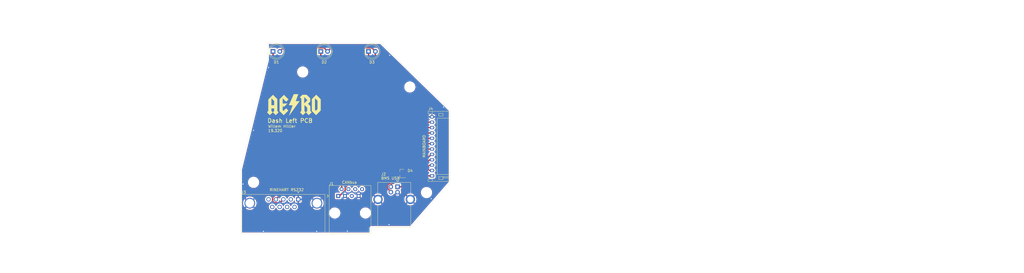
<source format=kicad_pcb>
(kicad_pcb (version 20171130) (host pcbnew "(5.1.4)-1")
  (layers (0 F.Cu signal) (31 B.Cu signal) (34 B.Paste user) (35 F.Paste user) (36 B.SilkS user) (37 F.SilkS user) (38 B.Mask user) (39 F.Mask user) (44 Edge.Cuts user))
  (net 0 "")
  (net 1 +5V)
  (net 2 /~FAULT_IND_1)
  (net 3 /~FAULT_IND_2)
  (net 4 /~FAULT_IND_3)
  (net 5 GND)
  (net 6 /BMS_USB+)
  (net 7 /BMS_USB-)
  (net 8 /CAN+)
  (net 9 /CAN-)
  (net 10 /BMS_VBUS)
  (net 11 /RINEHART_TX)
  (net 12 /RINEHART_RX)
  (module AERO-footprints:AERO_Logo_20x8mm (layer F.Cu) (at 69.596 84.836)
    (fp_text reference G*** hide)
    (fp_text value LOGO hide)
    (fp_poly (pts (xy 10.020184 -2.168127) (xy 10.020184 2.02826) (xy 9.145849 2.901686) (xy 8.271515 3.775112) (xy 7.491354 2.993937) (xy 6.711193 2.212763) (xy 6.711193 1.83648) (xy 7.876331 1.83648) (xy 8.025946 1.990844) (xy 8.175562 2.145209) (xy 8.492001 1.831194) (xy 8.808441 1.517179) (xy 8.808441 -1.609638) (xy 8.342386 -2.073945) (xy 7.876331 -2.538251) (xy 7.876331 1.83648) (xy 6.711193 1.83648) (xy 6.711193 -2.21476) (xy 7.526796 -3.029364) (xy 8.3424 -3.843969) (xy 10.020184 -2.168127)) (layer F.SilkS) (width 0.01))
    (fp_poly (pts (xy 5.441796 -3.156939) (xy 6.105322 -2.492228) (xy 6.105322 -1.283495) (xy 5.69847 -0.874749) (xy 5.291617 -0.466003) (xy 6.151927 0.397899) (xy 6.151927 2.210831) (xy 6.395682 2.457652) (xy 6.639437 2.704472) (xy 6.103893 3.240016) (xy 5.568349 3.775559) (xy 5.04564 3.250991) (xy 4.52293 2.726422) (xy 4.982754 2.213762) (xy 4.984772 1.607095) (xy 4.986789 1.000429) (xy 4.474129 0.489358) (xy 3.961468 -0.021713) (xy 3.961468 2.263871) (xy 4.19501 2.493902) (xy 4.428552 2.723932) (xy 3.904486 3.249489) (xy 3.724818 3.427866) (xy 3.567849 3.580303) (xy 3.445364 3.695623) (xy 3.369152 3.762647) (xy 3.350288 3.775046) (xy 3.309465 3.74304) (xy 3.216282 3.654649) (xy 3.082312 3.521315) (xy 2.919131 3.354482) (xy 2.810101 3.241056) (xy 2.300046 2.707066) (xy 2.548188 2.462006) (xy 2.796331 2.216946) (xy 2.796331 -0.629631) (xy 3.868257 -0.629631) (xy 4.462249 -1.223623) (xy 5.056241 -1.817614) (xy 3.868257 -3.005598) (xy 3.868257 -0.629631) (xy 2.796331 -0.629631) (xy 2.796331 -2.350875) (xy 2.529517 -2.620502) (xy 2.262703 -2.89013) (xy 2.726716 -3.35589) (xy 3.190729 -3.821651) (xy 4.77827 -3.821651) (xy 5.441796 -3.156939)) (layer F.SilkS) (width 0.01))
    (fp_poly (pts (xy -2.833216 -2.949719) (xy -1.982127 -2.097697) (xy -2.864713 -1.211425) (xy -4.147889 -2.492145) (xy -4.147889 -0.555368) (xy -2.378017 -0.582568) (xy -2.947667 -0.011651) (xy -3.517316 0.559266) (xy -4.147889 0.559266) (xy -4.147889 1.906082) (xy -3.981765 2.032792) (xy -3.815641 2.159501) (xy -3.340384 1.685862) (xy -2.865128 1.212224) (xy -2.02424 2.053112) (xy -2.889552 2.914079) (xy -3.122013 3.144561) (xy -3.33255 3.351755) (xy -3.51226 3.527025) (xy -3.65224 3.661732) (xy -3.743585 3.747242) (xy -3.777136 3.775046) (xy -3.814982 3.743503) (xy -3.908963 3.655044) (xy -4.049562 3.518924) (xy -4.227266 3.344398) (xy -4.43256 3.140722) (xy -4.556217 3.017192) (xy -5.313027 2.259339) (xy -5.313027 -2.163875) (xy -4.498666 -2.982808) (xy -3.684305 -3.801742) (xy -2.833216 -2.949719)) (layer F.SilkS) (width 0.01))
    (fp_poly (pts (xy -6.151926 -2.21279) (xy -6.151926 2.210831) (xy -5.908171 2.457652) (xy -5.664417 2.704472) (xy -6.19996 3.240016) (xy -6.735504 3.775559) (xy -7.269785 3.239759) (xy -7.804065 2.703958) (xy -7.560564 2.457394) (xy -7.317064 2.210831) (xy -7.317064 1.258349) (xy -8.342385 1.258349) (xy -8.342385 2.210831) (xy -8.09863 2.457652) (xy -7.854875 2.704472) (xy -8.390419 3.240016) (xy -8.925963 3.775559) (xy -9.460243 3.239759) (xy -9.994523 2.703958) (xy -9.751023 2.457394) (xy -9.507522 2.210831) (xy -9.507522 0.046606) (xy -8.342385 0.046606) (xy -7.317064 0.046606) (xy -7.317064 -1.470663) (xy -7.827363 -2.005331) (xy -8.337662 -2.54) (xy -8.340023 -1.246697) (xy -8.342385 0.046606) (xy -9.507522 0.046606) (xy -9.507522 -2.074865) (xy -8.633195 -2.948283) (xy -7.758868 -3.821702) (xy -6.151926 -2.21279)) (layer F.SilkS) (width 0.01))
    (fp_poly (pts (xy 0.709936 -1.44477) (xy 1.434118 -1.44477) (xy 1.707288 -1.444212) (xy 1.899365 -1.441528) (xy 2.022465 -1.435201) (xy 2.088703 -1.423714) (xy 2.110196 -1.40555) (xy 2.099058 -1.379194) (xy 2.0857 -1.363211) (xy 2.048397 -1.314162) (xy 1.962192 -1.196851) (xy 1.83248 -1.018777) (xy 1.664659 -0.78744) (xy 1.464122 -0.51034) (xy 1.236268 -0.194977) (xy 0.986491 0.15115) (xy 0.720188 0.52054) (xy 0.442755 0.905693) (xy 0.159587 1.29911) (xy -0.123919 1.693291) (xy -0.402367 2.080736) (xy -0.670361 2.453945) (xy -0.922505 2.805417) (xy -1.153403 3.127654) (xy -1.35766 3.413156) (xy -1.529879 3.654422) (xy -1.664663 3.843952) (xy -1.756618 3.974247) (xy -1.800347 4.037807) (xy -1.801305 4.039311) (xy -1.797624 4.014546) (xy -1.765966 3.910022) (xy -1.709082 3.73398) (xy -1.629725 3.49466) (xy -1.530649 3.200303) (xy -1.414605 2.85915) (xy -1.284346 2.479441) (xy -1.160479 2.120908) (xy -1.018099 1.709831) (xy -0.885544 1.326629) (xy -0.76585 0.980109) (xy -0.662049 0.67908) (xy -0.577178 0.43235) (xy -0.514271 0.248727) (xy -0.476361 0.137019) (xy -0.466055 0.10522) (xy -0.509962 0.101023) (xy -0.630894 0.097465) (xy -0.812666 0.094828) (xy -1.03909 0.093392) (xy -1.15865 0.093211) (xy -1.851245 0.093211) (xy -1.330709 -1.083578) (xy -1.166136 -1.455992) (xy -0.988514 -1.858553) (xy -0.808976 -2.26599) (xy -0.638654 -2.653031) (xy -0.488679 -2.994404) (xy -0.417153 -3.157523) (xy -0.024133 -4.054678) (xy 1.666946 -4.054678) (xy 0.709936 -1.44477)) (layer F.SilkS) (width 0.01))
  )
  (module MountingHole:MountingHole_3.2mm_M3 (layer F.Cu) (at 118.999 117.475)
    (fp_text reference H4 (at 0 -0.127) (layer F.SilkS))
    (fp_text value MountingHole)
    (pad 1 np_thru_hole circle (at 0 0) (size 3.2 3.2) (drill 3.2) (layers *.Cu *.Mask))
  )
  (module MountingHole:MountingHole_3.2mm_M3 (layer F.Cu) (at 112.776 78.105)
    (fp_text reference H3 (at 0 0) (layer F.SilkS))
    (fp_text value MountingHole)
    (pad 1 np_thru_hole circle (at 0 0) (size 3.2 3.2) (drill 3.2) (layers *.Cu *.Mask))
  )
  (module MountingHole:MountingHole_3.2mm_M3 (layer F.Cu) (at 54.61 113.665)
    (fp_text reference H2 (at 0 0) (layer F.SilkS))
    (fp_text value MountingHole)
    (pad 1 np_thru_hole circle (at 0 0) (size 3.2 3.2) (drill 3.2) (layers *.Cu *.Mask))
  )
  (module MountingHole:MountingHole_3.2mm_M3 (layer F.Cu) (at 72.898 72.517)
    (fp_text reference H1 (at 0 0) (layer F.SilkS))
    (fp_text value MountingHole)
    (pad 1 np_thru_hole circle (at 0 0) (size 3.2 3.2) (drill 3.2) (layers *.Cu *.Mask))
  )
  (module Connector_JST:JST_PH_S12B-PH-K_1x12_P2.00mm_Horizontal (layer F.Cu) (at 121.031 111.252 90)
    (fp_text reference J4 (at 25.019 -0.508 180) (layer F.SilkS))
    (fp_text value Conn_01x12)
    (fp_line (start -0.86 0.14) (end -0.86 -1.075) (layer F.SilkS) (width 0.12))
    (fp_line (start -0.8 4.1) (end -0.8 6.36) (layer F.SilkS) (width 0.12))
    (fp_line (start -0.3 4.1) (end -0.3 6.36) (layer F.SilkS) (width 0.12))
    (fp_line (start 22.3 2.5) (end 23.3 2.5) (layer F.SilkS) (width 0.12))
    (fp_line (start 22.3 4.1) (end 22.3 2.5) (layer F.SilkS) (width 0.12))
    (fp_line (start 23.3 4.1) (end 22.3 4.1) (layer F.SilkS) (width 0.12))
    (fp_line (start 23.3 2.5) (end 23.3 4.1) (layer F.SilkS) (width 0.12))
    (fp_line (start -0.3 2.5) (end -1.3 2.5) (layer F.SilkS) (width 0.12))
    (fp_line (start -0.3 4.1) (end -0.3 2.5) (layer F.SilkS) (width 0.12))
    (fp_line (start -1.3 4.1) (end -0.3 4.1) (layer F.SilkS) (width 0.12))
    (fp_line (start -1.3 2.5) (end -1.3 4.1) (layer F.SilkS) (width 0.12))
    (fp_line (start 24.06 0.14) (end 23.14 0.14) (layer F.SilkS) (width 0.12))
    (fp_line (start -2.06 0.14) (end -1.14 0.14) (layer F.SilkS) (width 0.12))
    (fp_line (start 21.5 2) (end 21.5 6.36) (layer F.SilkS) (width 0.12))
    (fp_line (start 0.5 2) (end 21.5 2) (layer F.SilkS) (width 0.12))
    (fp_line (start 0.5 6.36) (end 0.5 2) (layer F.SilkS) (width 0.12))
    (fp_line (start 23.14 0.14) (end 22.86 0.14) (layer F.SilkS) (width 0.12))
    (fp_line (start 23.14 -1.46) (end 23.14 0.14) (layer F.SilkS) (width 0.12))
    (fp_line (start 24.06 -1.46) (end 23.14 -1.46) (layer F.SilkS) (width 0.12))
    (fp_line (start 24.06 6.36) (end 24.06 -1.46) (layer F.SilkS) (width 0.12))
    (fp_line (start -2.06 6.36) (end 24.06 6.36) (layer F.SilkS) (width 0.12))
    (fp_line (start -2.06 -1.46) (end -2.06 6.36) (layer F.SilkS) (width 0.12))
    (fp_line (start -1.14 -1.46) (end -2.06 -1.46) (layer F.SilkS) (width 0.12))
    (fp_line (start -1.14 0.14) (end -1.14 -1.46) (layer F.SilkS) (width 0.12))
    (fp_line (start -0.86 0.14) (end -1.14 0.14) (layer F.SilkS) (width 0.12))
    (pad 12 thru_hole oval (at 22 0 90) (size 1.2 1.75) (drill 0.75) (layers *.Cu *.Mask) (net 5 GND))
    (pad 11 thru_hole oval (at 20 0 90) (size 1.2 1.75) (drill 0.75) (layers *.Cu *.Mask) (net 1 +5V))
    (pad 10 thru_hole oval (at 18 0 90) (size 1.2 1.75) (drill 0.75) (layers *.Cu *.Mask) (net 2 /~FAULT_IND_1))
    (pad 9 thru_hole oval (at 16 0 90) (size 1.2 1.75) (drill 0.75) (layers *.Cu *.Mask) (net 3 /~FAULT_IND_2))
    (pad 8 thru_hole oval (at 14 0 90) (size 1.2 1.75) (drill 0.75) (layers *.Cu *.Mask) (net 4 /~FAULT_IND_3))
    (pad 7 thru_hole oval (at 12 0 90) (size 1.2 1.75) (drill 0.75) (layers *.Cu *.Mask) (net 12 /RINEHART_RX))
    (pad 6 thru_hole oval (at 10 0 90) (size 1.2 1.75) (drill 0.75) (layers *.Cu *.Mask) (net 11 /RINEHART_TX))
    (pad 5 thru_hole oval (at 8 0 90) (size 1.2 1.75) (drill 0.75) (layers *.Cu *.Mask) (net 9 /CAN-))
    (pad 4 thru_hole oval (at 6 0 90) (size 1.2 1.75) (drill 0.75) (layers *.Cu *.Mask) (net 8 /CAN+))
    (pad 3 thru_hole oval (at 4 0 90) (size 1.2 1.75) (drill 0.75) (layers *.Cu *.Mask) (net 6 /BMS_USB+))
    (pad 2 thru_hole oval (at 2 0 90) (size 1.2 1.75) (drill 0.75) (layers *.Cu *.Mask) (net 7 /BMS_USB-))
    (pad 1 thru_hole roundrect (at 0 0 90) (size 1.2 1.75) (drill 0.75) (layers *.Cu *.Mask) (roundrect_rratio 0.208333) (net 10 /BMS_VBUS))
  )
  (module AERO-footprints:DSUB-9_Female_Horizontal_P2.77x2.84mm_EdgePinOffset9.90mm_Housed_MountingHolesOffset11.32mm (layer F.Cu) (at 71.247 120.015)
    (fp_text reference J3 (at -20.32 -2.667) (layer F.SilkS))
    (fp_text value LD09S13A4GX00LF)
    (fp_line (start 0 -2.321325) (end -0.25 -2.754338) (layer F.SilkS) (width 0.12))
    (fp_line (start 0.25 -2.754338) (end 0 -2.321325) (layer F.SilkS) (width 0.12))
    (fp_line (start -0.25 -2.754338) (end 0.25 -2.754338) (layer F.SilkS) (width 0.12))
    (fp_line (start 9.945 -1.86) (end 9.945 12.68) (layer F.SilkS) (width 0.12))
    (fp_line (start -21.025 -1.86) (end 9.945 -1.86) (layer F.SilkS) (width 0.12))
    (fp_line (start -21.025 12.68) (end -21.025 -1.86) (layer F.SilkS) (width 0.12))
    (pad 0 thru_hole circle (at 6.96 1.42) (size 4 4) (drill 3.2) (layers *.Cu *.Mask) (net 5 GND))
    (pad 0 thru_hole circle (at -18.04 1.42) (size 4 4) (drill 3.2) (layers *.Cu *.Mask) (net 5 GND))
    (pad 9 thru_hole circle (at -9.695 2.84) (size 1.6 1.6) (drill 1) (layers *.Cu *.Mask))
    (pad 8 thru_hole circle (at -6.925 2.84) (size 1.6 1.6) (drill 1) (layers *.Cu *.Mask))
    (pad 7 thru_hole circle (at -4.155 2.84) (size 1.6 1.6) (drill 1) (layers *.Cu *.Mask))
    (pad 6 thru_hole circle (at -1.385 2.84) (size 1.6 1.6) (drill 1) (layers *.Cu *.Mask))
    (pad 5 thru_hole circle (at -11.08 0) (size 1.6 1.6) (drill 1) (layers *.Cu *.Mask))
    (pad 4 thru_hole circle (at -8.31 0) (size 1.6 1.6) (drill 1) (layers *.Cu *.Mask) (net 11 /RINEHART_TX))
    (pad 3 thru_hole circle (at -5.54 0) (size 1.6 1.6) (drill 1) (layers *.Cu *.Mask) (net 12 /RINEHART_RX))
    (pad 2 thru_hole circle (at -2.77 0) (size 1.6 1.6) (drill 1) (layers *.Cu *.Mask))
    (pad 1 thru_hole rect (at 0 0) (size 1.6 1.6) (drill 1) (layers *.Cu *.Mask) (net 5 GND))
  )
  (module AERO-footprints:USB_B_OST_USB-B1HSxx_Horizontal (layer F.Cu) (at 108.204 115.316 270)
    (fp_text reference J2 (at -4.699 5.207) (layer F.SilkS))
    (fp_text value USB_B)
    (fp_line (start 2.66 -4.91) (end -1.6 -4.91) (layer F.SilkS) (width 0.12))
    (fp_line (start -1.6 -4.91) (end -1.6 7.41) (layer F.SilkS) (width 0.12))
    (fp_line (start -1.6 7.41) (end 2.66 7.41) (layer F.SilkS) (width 0.12))
    (fp_line (start 6.76 -4.91) (end 15.12 -4.91) (layer F.SilkS) (width 0.12))
    (fp_line (start 15.12 -4.91) (end 15.12 7.41) (layer F.SilkS) (width 0.12))
    (fp_line (start 15.12 7.41) (end 6.76 7.41) (layer F.SilkS) (width 0.12))
    (fp_line (start -1.82 0) (end -2.32 -0.5) (layer F.SilkS) (width 0.12))
    (fp_line (start -2.32 -0.5) (end -2.32 0.5) (layer F.SilkS) (width 0.12))
    (fp_line (start -2.32 0.5) (end -1.82 0) (layer F.SilkS) (width 0.12))
    (pad 1 thru_hole rect (at 0 0 270) (size 1.7 1.7) (drill 0.92) (layers *.Cu *.Mask) (net 10 /BMS_VBUS))
    (pad 2 thru_hole circle (at 0 2.5 270) (size 1.7 1.7) (drill 0.92) (layers *.Cu *.Mask) (net 7 /BMS_USB-))
    (pad 3 thru_hole circle (at 2 2.5 270) (size 1.7 1.7) (drill 0.92) (layers *.Cu *.Mask) (net 6 /BMS_USB+))
    (pad 4 thru_hole circle (at 2 0 270) (size 1.7 1.7) (drill 0.92) (layers *.Cu *.Mask) (net 5 GND))
    (pad 5 thru_hole circle (at 4.71 -4.77 270) (size 3.5 3.5) (drill 2.33) (layers *.Cu *.Mask) (net 5 GND))
    (pad 5 thru_hole circle (at 4.71 7.27 270) (size 3.5 3.5) (drill 2.33) (layers *.Cu *.Mask) (net 5 GND))
  )
  (module AERO-footprints:RJ45_Amphenol_54602-x08_Horizontal (layer F.Cu) (at 86.106 118.745)
    (fp_text reference J1 (at -2.54 -4.572) (layer F.SilkS))
    (fp_text value RJ45)
    (fp_line (start -4 0.5) (end -3.5 0) (layer F.SilkS) (width 0.12))
    (fp_line (start -4 -0.5) (end -4 0.5) (layer F.SilkS) (width 0.12))
    (fp_line (start -3.5 0) (end -4 -0.5) (layer F.SilkS) (width 0.12))
    (fp_line (start -3.315 14.08) (end 12.205 14.08) (layer F.SilkS) (width 0.12))
    (fp_line (start 12.205 -3.88) (end 12.205 14.08) (layer F.SilkS) (width 0.12))
    (fp_line (start 12.205 -3.88) (end -3.315 -3.88) (layer F.SilkS) (width 0.12))
    (fp_line (start -3.315 -3.88) (end -3.315 14.08) (layer F.SilkS) (width 0.12))
    (pad "" np_thru_hole circle (at 10.16 6.35) (size 3.2 3.2) (drill 3.2) (layers *.Cu *.Mask))
    (pad "" np_thru_hole circle (at -1.27 6.35) (size 3.2 3.2) (drill 3.2) (layers *.Cu *.Mask))
    (pad 1 thru_hole rect (at 0 0) (size 1.5 1.5) (drill 0.76) (layers *.Cu *.Mask) (net 8 /CAN+))
    (pad 2 thru_hole circle (at 1.27 -2.54) (size 1.5 1.5) (drill 0.76) (layers *.Cu *.Mask) (net 9 /CAN-))
    (pad 3 thru_hole circle (at 2.54 0) (size 1.5 1.5) (drill 0.76) (layers *.Cu *.Mask) (net 5 GND))
    (pad 4 thru_hole circle (at 3.81 -2.54) (size 1.5 1.5) (drill 0.76) (layers *.Cu *.Mask))
    (pad 5 thru_hole circle (at 5.08 0) (size 1.5 1.5) (drill 0.76) (layers *.Cu *.Mask))
    (pad 6 thru_hole circle (at 6.35 -2.54) (size 1.5 1.5) (drill 0.76) (layers *.Cu *.Mask))
    (pad 7 thru_hole circle (at 7.62 0) (size 1.5 1.5) (drill 0.76) (layers *.Cu *.Mask) (net 5 GND))
    (pad 8 thru_hole circle (at 8.89 -2.54) (size 1.5 1.5) (drill 0.76) (layers *.Cu *.Mask))
  )
  (module Package_TO_SOT_SMD:SOT-23 (layer F.Cu) (at 109.855 110.363 180)
    (fp_text reference D4 (at -3.048 1.016) (layer F.SilkS))
    (fp_text value SP0502BAHT)
    (fp_line (start 0.76 1.58) (end -0.7 1.58) (layer F.SilkS) (width 0.12))
    (fp_line (start 0.76 -1.58) (end -1.4 -1.58) (layer F.SilkS) (width 0.12))
    (fp_line (start 0.76 -1.58) (end 0.76 -0.65) (layer F.SilkS) (width 0.12))
    (fp_line (start 0.76 1.58) (end 0.76 0.65) (layer F.SilkS) (width 0.12))
    (pad 3 smd rect (at 1 0 180) (size 0.9 0.8) (layers F.Cu F.Paste F.Mask) (net 5 GND))
    (pad 2 smd rect (at -1 0.95 180) (size 0.9 0.8) (layers F.Cu F.Paste F.Mask) (net 6 /BMS_USB+))
    (pad 1 smd rect (at -1 -0.95 180) (size 0.9 0.8) (layers F.Cu F.Paste F.Mask) (net 7 /BMS_USB-))
  )
  (module LED_THT:LED_D5.0mm (layer F.Cu) (at 97.409 64.8335)
    (fp_text reference D3 (at 1.27 4.0005) (layer F.SilkS))
    (fp_text value FAULT_IND_3)
    (fp_line (start -1.29 -1.545) (end -1.29 1.545) (layer F.SilkS) (width 0.12))
    (fp_circle (center 1.27 0) (end 3.77 0) (layer F.SilkS) (width 0.12))
    (fp_arc (start 1.27 0) (end -1.29 1.54483) (angle -148.9) (layer F.SilkS) (width 0.12))
    (fp_arc (start 1.27 0) (end -1.29 -1.54483) (angle 148.9) (layer F.SilkS) (width 0.12))
    (pad 2 thru_hole circle (at 2.54 0) (size 1.8 1.8) (drill 0.9) (layers *.Cu *.Mask) (net 1 +5V))
    (pad 1 thru_hole rect (at 0 0) (size 1.8 1.8) (drill 0.9) (layers *.Cu *.Mask) (net 2 /~FAULT_IND_1))
  )
  (module LED_THT:LED_D5.0mm (layer F.Cu) (at 79.629 64.8335)
    (fp_text reference D2 (at 1.27 4.0005) (layer F.SilkS))
    (fp_text value FAULT_IND_2)
    (fp_line (start -1.29 -1.545) (end -1.29 1.545) (layer F.SilkS) (width 0.12))
    (fp_circle (center 1.27 0) (end 3.77 0) (layer F.SilkS) (width 0.12))
    (fp_arc (start 1.27 0) (end -1.29 1.54483) (angle -148.9) (layer F.SilkS) (width 0.12))
    (fp_arc (start 1.27 0) (end -1.29 -1.54483) (angle 148.9) (layer F.SilkS) (width 0.12))
    (pad 2 thru_hole circle (at 2.54 0) (size 1.8 1.8) (drill 0.9) (layers *.Cu *.Mask) (net 1 +5V))
    (pad 1 thru_hole rect (at 0 0) (size 1.8 1.8) (drill 0.9) (layers *.Cu *.Mask) (net 3 /~FAULT_IND_2))
  )
  (module LED_THT:LED_D5.0mm (layer F.Cu) (at 61.849 64.8335)
    (fp_text reference D1 (at 1.27 4.0005) (layer F.SilkS))
    (fp_text value FAULT_IND_1)
    (fp_line (start -1.29 -1.545) (end -1.29 1.545) (layer F.SilkS) (width 0.12))
    (fp_circle (center 1.27 0) (end 3.77 0) (layer F.SilkS) (width 0.12))
    (fp_arc (start 1.27 0) (end -1.29 1.54483) (angle -148.9) (layer F.SilkS) (width 0.12))
    (fp_arc (start 1.27 0) (end -1.29 -1.54483) (angle 148.9) (layer F.SilkS) (width 0.12))
    (pad 2 thru_hole circle (at 2.54 0) (size 1.8 1.8) (drill 0.9) (layers *.Cu *.Mask) (net 1 +5V))
    (pad 1 thru_hole rect (at 0 0) (size 1.8 1.8) (drill 0.9) (layers *.Cu *.Mask) (net 4 /~FAULT_IND_3))
  )
  (gr_text "BMS USB" (at 105.537 112.141) (layer F.SilkS) (effects (font (size 1 1))))
  (gr_text CANbus (at 90.297 113.665) (layer F.SilkS) (effects (font (size 1 1))))
  (gr_text "RINEHART RS232" (at 66.929 116.459) (layer F.SilkS) (effects (font (size 1 1))))
  (gr_text MAINBOARD (at 118.11 100.203 90) (layer F.SilkS) (effects (font (size 1 1))))
  (gr_text "Willem Hillier\n19.320" (at 59.944 93.599) (layer F.SilkS) (effects (font (size 1 1)) (justify left)))
  (gr_text "Dash Left PCB" (at 68.199 90.678) (layer F.SilkS) (effects (font (size 1.524 1.524) (thickness 0.254))))
  (gr_arc (start 60.071 61.849) (end 60.071 61.595) (angle -90) (layer Edge.Cuts) (width 0.05))
  (gr_arc (start 98.552 130.683) (end 98.552 130.429) (angle -90) (layer Edge.Cuts) (width 0.05))
  (gr_line (start 113.157 130.429) (end 127.762 113.665) (layer Edge.Cuts) (width 0.05))
  (gr_line (start 113.03 130.429) (end 113.157 130.429) (layer Edge.Cuts) (width 0.05))
  (gr_line (start 98.552 130.429) (end 113.03 130.429) (layer Edge.Cuts) (width 0.05))
  (gr_line (start 98.298 132.588) (end 98.298 130.683) (layer Edge.Cuts) (width 0.05))
  (gr_arc (start 98.044 132.588) (end 98.044 132.842) (angle -90) (layer Edge.Cuts) (width 0.05))
  (gr_line (start 127.762 86.741) (end 127.762 113.665) (layer Edge.Cuts) (width 0.05))
  (gr_line (start 101.981 61.595) (end 127.762 86.741) (layer Edge.Cuts) (width 0.05))
  (gr_line (start 60.071 61.595) (end 101.981 61.595) (layer Edge.Cuts) (width 0.05))
  (gr_line (start 59.817 68.072) (end 59.817 61.849) (layer Edge.Cuts) (width 0.05))
  (gr_line (start 49.784 108.966) (end 59.817 68.072) (layer Edge.Cuts) (width 0.05))
  (gr_line (start 49.784 132.842) (end 49.784 108.966) (layer Edge.Cuts) (width 0.05))
  (gr_line (start 49.784 132.842) (end 98.044 132.842) (layer Edge.Cuts) (width 0.05))
  (segment (start 99.949 66.106292) (end 99.949 64.8335) (width 0.508) (layer F.Cu) (net 1))
  (segment (start 99.949 71.553) (end 99.949 66.106292) (width 0.508) (layer F.Cu) (net 1))
  (segment (start 119.648 91.252) (end 99.949 71.553) (width 0.508) (layer F.Cu) (net 1))
  (segment (start 121.031 91.252) (end 119.648 91.252) (width 0.508) (layer F.Cu) (net 1))
  (segment (start 83.068999 63.933501) (end 82.169 64.8335) (width 0.508) (layer F.Cu) (net 1))
  (segment (start 83.526201 63.476299) (end 83.068999 63.933501) (width 0.508) (layer F.Cu) (net 1))
  (segment (start 98.591799 63.476299) (end 83.526201 63.476299) (width 0.508) (layer F.Cu) (net 1))
  (segment (start 99.949 64.8335) (end 98.591799 63.476299) (width 0.508) (layer F.Cu) (net 1))
  (segment (start 65.288999 63.933501) (end 64.389 64.8335) (width 0.508) (layer F.Cu) (net 1))
  (segment (start 65.746201 63.476299) (end 65.288999 63.933501) (width 0.508) (layer F.Cu) (net 1))
  (segment (start 80.811799 63.476299) (end 65.746201 63.476299) (width 0.508) (layer F.Cu) (net 1))
  (segment (start 82.169 64.8335) (end 80.811799 63.476299) (width 0.508) (layer F.Cu) (net 1))
  (segment (start 119.648 93.252) (end 121.031 93.252) (width 0.508) (layer F.Cu) (net 2))
  (segment (start 97.409 71.013) (end 119.648 93.252) (width 0.508) (layer F.Cu) (net 2))
  (segment (start 97.409 64.8335) (end 97.409 71.013) (width 0.508) (layer F.Cu) (net 2))
  (segment (start 119.255 95.252) (end 119.648 95.252) (width 0.508) (layer F.Cu) (net 3))
  (segment (start 119.648 95.252) (end 121.031 95.252) (width 0.508) (layer F.Cu) (net 3))
  (segment (start 79.629 66.2415) (end 79.9355 66.548) (width 0.508) (layer F.Cu) (net 3))
  (segment (start 79.629 64.8335) (end 79.629 66.2415) (width 0.508) (layer F.Cu) (net 3))
  (segment (start 79.9355 66.548) (end 90.551 66.548) (width 0.508) (layer F.Cu) (net 3))
  (segment (start 90.551 66.548) (end 90.932 66.929) (width 0.508) (layer F.Cu) (net 3))
  (segment (start 90.932 66.929) (end 119.255 95.252) (width 0.508) (layer F.Cu) (net 3))
  (segment (start 119.648 97.252) (end 121.031 97.252) (width 0.508) (layer F.Cu) (net 4))
  (segment (start 119.35 97.252) (end 119.648 97.252) (width 0.508) (layer F.Cu) (net 4))
  (segment (start 61.849 66.2415) (end 63.5525 67.945) (width 0.508) (layer F.Cu) (net 4))
  (segment (start 61.849 64.8335) (end 61.849 66.2415) (width 0.508) (layer F.Cu) (net 4))
  (segment (start 63.5525 67.945) (end 89.662 67.945) (width 0.508) (layer F.Cu) (net 4))
  (segment (start 118.969 97.252) (end 121.031 97.252) (width 0.508) (layer F.Cu) (net 4))
  (segment (start 89.662 67.945) (end 118.969 97.252) (width 0.508) (layer F.Cu) (net 4))
  (via (at 125.349 85.598) (size 0.8) (drill 0.4) (layers F.Cu B.Cu) (net 5))
  (via (at 105.283 66.294) (size 0.8) (drill 0.4) (layers F.Cu B.Cu) (net 5))
  (via (at 60.198 70.866) (size 0.8) (drill 0.4) (layers F.Cu B.Cu) (net 5))
  (via (at 54.61 94.234) (size 0.8) (drill 0.4) (layers F.Cu B.Cu) (net 5))
  (via (at 50.673 114.3) (size 0.8) (drill 0.4) (layers F.Cu B.Cu) (net 5))
  (via (at 58.293 131.953) (size 0.8) (drill 0.4) (layers F.Cu B.Cu) (net 5))
  (via (at 78.105 131.953) (size 0.8) (drill 0.4) (layers F.Cu B.Cu) (net 5))
  (via (at 89.535 131.826) (size 0.8) (drill 0.4) (layers F.Cu B.Cu) (net 5))
  (via (at 105.029 129.413) (size 0.8) (drill 0.4) (layers F.Cu B.Cu) (net 5))
  (via (at 120.777 119.761) (size 0.8) (drill 0.4) (layers F.Cu B.Cu) (net 5))
  (segment (start 104.472999 114.725119) (end 105.0944 114.103718) (width 0.4572) (layer F.Cu) (net 6))
  (segment (start 104.472999 115.906881) (end 104.472999 114.725119) (width 0.4572) (layer F.Cu) (net 6))
  (segment (start 105.704 117.316) (end 105.0944 116.7064) (width 0.4572) (layer F.Cu) (net 6))
  (segment (start 105.0944 116.528282) (end 104.472999 115.906881) (width 0.4572) (layer F.Cu) (net 6))
  (segment (start 105.0944 116.7064) (end 105.0944 116.528282) (width 0.4572) (layer F.Cu) (net 6))
  (segment (start 110.805 109.413) (end 110.855 109.413) (width 0.508) (layer F.Cu) (net 6))
  (segment (start 109.897 110.321) (end 110.805 109.413) (width 0.508) (layer F.Cu) (net 6))
  (segment (start 105.343243 114.103718) (end 107.813971 111.63299) (width 0.508) (layer F.Cu) (net 6))
  (segment (start 105.0944 114.103718) (end 105.343243 114.103718) (width 0.508) (layer F.Cu) (net 6))
  (segment (start 107.813971 111.63299) (end 109.176334 111.63299) (width 0.508) (layer F.Cu) (net 6))
  (segment (start 109.176334 111.63299) (end 109.176334 111.585039) (width 0.508) (layer F.Cu) (net 6))
  (segment (start 109.176334 111.585039) (end 109.897 110.864373) (width 0.508) (layer F.Cu) (net 6))
  (segment (start 109.897 110.864373) (end 109.897 110.321) (width 0.508) (layer F.Cu) (net 6))
  (segment (start 118.368649 108.026232) (end 113.279663 108.026232) (width 0.4572) (layer F.Cu) (net 6))
  (segment (start 111.892895 109.413) (end 110.855 109.413) (width 0.4572) (layer F.Cu) (net 6))
  (segment (start 120.156 107.252) (end 119.4608 107.9472) (width 0.4572) (layer F.Cu) (net 6))
  (segment (start 121.031 107.252) (end 120.156 107.252) (width 0.4572) (layer F.Cu) (net 6))
  (segment (start 118.447681 107.9472) (end 118.368649 108.026232) (width 0.4572) (layer F.Cu) (net 6))
  (segment (start 119.4608 107.9472) (end 118.447681 107.9472) (width 0.4572) (layer F.Cu) (net 6))
  (segment (start 113.279663 108.026232) (end 111.892895 109.413) (width 0.4572) (layer F.Cu) (net 6))
  (segment (start 109.439362 112.268) (end 110.346412 111.36095) (width 0.4572) (layer F.Cu) (net 7))
  (segment (start 110.346412 111.313) (end 110.855 111.313) (width 0.4572) (layer F.Cu) (net 7))
  (segment (start 108.077 112.268) (end 109.439362 112.268) (width 0.4572) (layer F.Cu) (net 7))
  (segment (start 110.346412 111.36095) (end 110.346412 111.313) (width 0.4572) (layer F.Cu) (net 7))
  (segment (start 105.704 115.316) (end 105.704 114.641) (width 0.4572) (layer F.Cu) (net 7))
  (segment (start 105.704 114.641) (end 108.077 112.268) (width 0.4572) (layer F.Cu) (net 7))
  (segment (start 121.031 109.252) (end 120.156 109.252) (width 0.4572) (layer F.Cu) (net 7))
  (segment (start 120.156 109.252) (end 119.4608 108.5568) (width 0.4572) (layer F.Cu) (net 7))
  (segment (start 118.700172 108.5568) (end 118.621149 108.635823) (width 0.4572) (layer F.Cu) (net 7))
  (segment (start 119.4608 108.5568) (end 118.700172 108.5568) (width 0.4572) (layer F.Cu) (net 7))
  (segment (start 118.621149 108.635823) (end 113.532177 108.635823) (width 0.4572) (layer F.Cu) (net 7))
  (segment (start 113.532177 108.635823) (end 112.323948 109.844052) (width 0.4572) (layer F.Cu) (net 7))
  (segment (start 112.323948 109.844052) (end 110.855 111.313) (width 0.4572) (layer F.Cu) (net 7))
  (segment (start 120.173 105.252) (end 121.031 105.252) (width 0.508) (layer F.Cu) (net 8))
  (segment (start 119.38 106.045) (end 120.173 105.252) (width 0.508) (layer F.Cu) (net 8))
  (segment (start 88.708799 116.650201) (end 88.708799 115.625543) (width 0.508) (layer F.Cu) (net 8))
  (segment (start 98.289342 106.045) (end 119.38 106.045) (width 0.508) (layer F.Cu) (net 8))
  (segment (start 88.708799 115.625543) (end 98.289342 106.045) (width 0.508) (layer F.Cu) (net 8))
  (segment (start 86.106 118.745) (end 86.614 118.745) (width 0.508) (layer F.Cu) (net 8))
  (segment (start 86.614 118.745) (end 88.708799 116.650201) (width 0.508) (layer F.Cu) (net 8))
  (segment (start 97.61834 104.902) (end 87.376 115.14434) (width 0.508) (layer F.Cu) (net 9))
  (segment (start 119.106 104.902) (end 97.61834 104.902) (width 0.508) (layer F.Cu) (net 9))
  (segment (start 121.031 103.252) (end 120.756 103.252) (width 0.508) (layer F.Cu) (net 9))
  (segment (start 87.376 115.14434) (end 87.376 116.205) (width 0.508) (layer F.Cu) (net 9))
  (segment (start 120.756 103.252) (end 119.106 104.902) (width 0.508) (layer F.Cu) (net 9))
  (segment (start 108.204 115.316) (end 111.125 115.316) (width 0.508) (layer F.Cu) (net 10))
  (segment (start 115.189 111.252) (end 121.031 111.252) (width 0.508) (layer F.Cu) (net 10))
  (segment (start 111.125 115.316) (end 115.189 111.252) (width 0.508) (layer F.Cu) (net 10))
  (segment (start 63.736999 119.215001) (end 62.937 120.015) (width 0.508) (layer F.Cu) (net 11))
  (segment (start 81.7 101.252) (end 63.736999 119.215001) (width 0.508) (layer F.Cu) (net 11))
  (segment (start 121.031 101.252) (end 81.7 101.252) (width 0.508) (layer F.Cu) (net 11))
  (segment (start 64.449799 121.272201) (end 64.907001 120.814999) (width 0.508) (layer F.Cu) (net 12))
  (segment (start 64.907001 120.814999) (end 65.707 120.015) (width 0.508) (layer F.Cu) (net 12))
  (segment (start 62.333543 121.272201) (end 64.449799 121.272201) (width 0.508) (layer F.Cu) (net 12))
  (segment (start 121.031 99.252) (end 81.839342 99.252) (width 0.508) (layer F.Cu) (net 12))
  (segment (start 61.679799 119.411543) (end 61.679799 120.618457) (width 0.508) (layer F.Cu) (net 12))
  (segment (start 61.679799 120.618457) (end 62.333543 121.272201) (width 0.508) (layer F.Cu) (net 12))
  (segment (start 81.839342 99.252) (end 61.679799 119.411543) (width 0.508) (layer F.Cu) (net 12))
  (zone (net 5) (net_name GND) (layer F.Cu) (connect_pads (clearance 0.508)) (min_thickness 0.254) (fill yes (arc_segments 32) (thermal_gap 0.508) (thermal_bridge_width 0.508))
    (polygon (pts (xy 59.817 61.595) (xy 101.981 61.595) (xy 127.762 86.741) (xy 127.762 113.665) (xy 113.157 130.429) (xy 98.552 130.429) (xy 98.298 130.683) (xy 98.298 132.842) (xy 49.784 132.842) (xy 49.784 108.966) (xy 59.817 68.072)))
  )
  (zone (net 5) (net_name GND) (layer B.Cu) (connect_pads (clearance 0.508)) (min_thickness 0.254) (fill yes (arc_segments 32) (thermal_gap 0.508) (thermal_bridge_width 0.508))
    (polygon (pts (xy 59.817 61.595) (xy 101.981 61.595) (xy 127.762 86.741) (xy 127.762 113.665) (xy 113.157 130.429) (xy 98.552 130.429) (xy 98.298 130.683) (xy 98.298 132.842) (xy 49.784 132.842) (xy 49.784 108.966) (xy 59.817 68.072)))
  )
)
</source>
